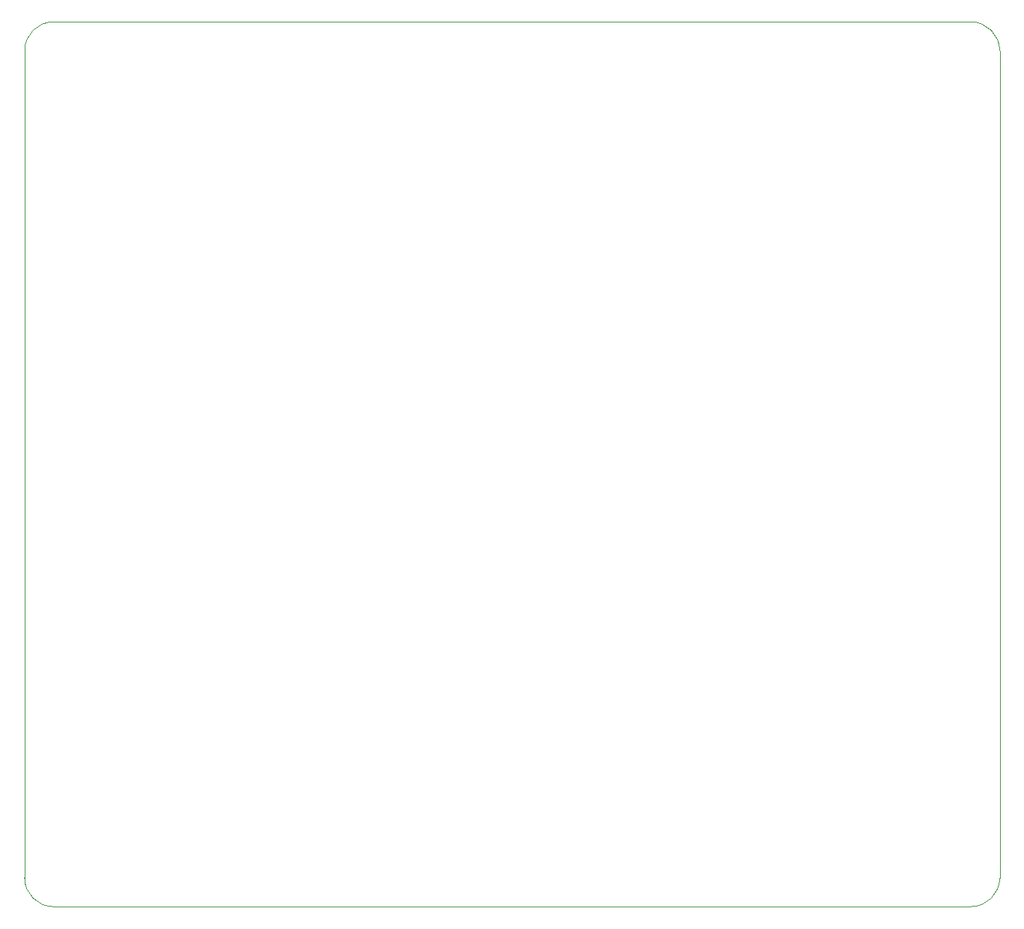
<source format=gbr>
%TF.GenerationSoftware,KiCad,Pcbnew,9.0.4*%
%TF.CreationDate,2025-09-18T12:22:58-07:00*%
%TF.ProjectId,periph_ethernet_switch,70657269-7068-45f6-9574-6865726e6574,rev?*%
%TF.SameCoordinates,Original*%
%TF.FileFunction,Profile,NP*%
%FSLAX46Y46*%
G04 Gerber Fmt 4.6, Leading zero omitted, Abs format (unit mm)*
G04 Created by KiCad (PCBNEW 9.0.4) date 2025-09-18 12:22:58*
%MOMM*%
%LPD*%
G01*
G04 APERTURE LIST*
%TA.AperFunction,Profile*%
%ADD10C,0.050000*%
%TD*%
G04 APERTURE END LIST*
D10*
X107110000Y-160075000D02*
X210883244Y-160075000D01*
X107110000Y-160075000D02*
G75*
G02*
X103849600Y-156814592I0J3260400D01*
G01*
X214149999Y-156866233D02*
G75*
G02*
X210890000Y-160075008I-3259999J51633D01*
G01*
X210880000Y-59924184D02*
X107110000Y-59924184D01*
X103854522Y-63133079D02*
G75*
G02*
X107110000Y-59924184I3255478J-46921D01*
G01*
X214149998Y-156866233D02*
X214140415Y-63184592D01*
X210880000Y-59924184D02*
G75*
G02*
X214140416Y-63184592I0J-3260416D01*
G01*
X103854523Y-63133079D02*
X103849592Y-156814592D01*
M02*

</source>
